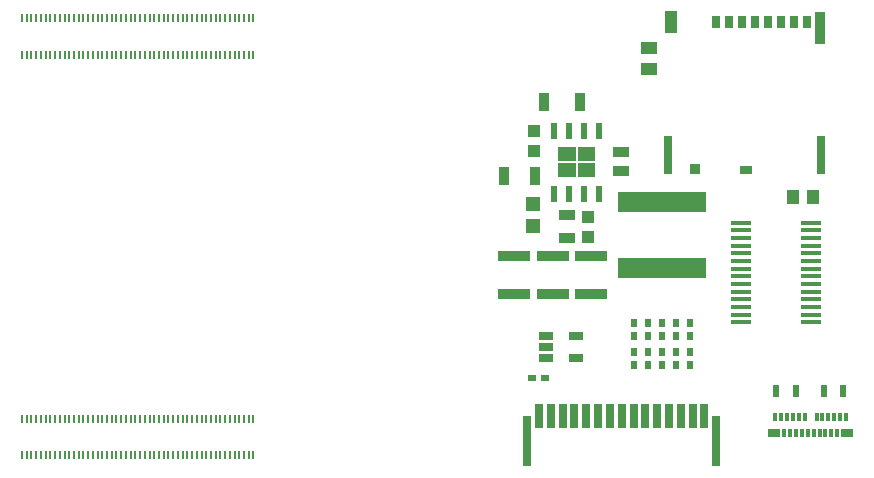
<source format=gbr>
%TF.GenerationSoftware,KiCad,Pcbnew,8.0.2*%
%TF.CreationDate,2024-10-21T09:55:00-04:00*%
%TF.ProjectId,Pi_Board,50695f42-6f61-4726-942e-6b696361645f,rev?*%
%TF.SameCoordinates,Original*%
%TF.FileFunction,Paste,Top*%
%TF.FilePolarity,Positive*%
%FSLAX46Y46*%
G04 Gerber Fmt 4.6, Leading zero omitted, Abs format (unit mm)*
G04 Created by KiCad (PCBNEW 8.0.2) date 2024-10-21 09:55:00*
%MOMM*%
%LPD*%
G01*
G04 APERTURE LIST*
%ADD10C,0.000000*%
%ADD11R,7.493000X1.790700*%
%ADD12R,0.508000X0.660400*%
%ADD13R,1.016000X1.193800*%
%ADD14R,1.778000X0.355600*%
%ADD15R,0.558800X1.447800*%
%ADD16R,0.553200X1.000000*%
%ADD17R,1.397000X0.914400*%
%ADD18R,0.914400X1.549400*%
%ADD19R,1.250000X0.650000*%
%ADD20R,2.720000X0.960000*%
%ADD21R,1.244600X1.219200*%
%ADD22R,1.380000X0.960000*%
%ADD23R,0.855600X1.600000*%
%ADD24R,0.298000X0.700000*%
%ADD25R,0.998000X0.700000*%
%ADD26R,1.000000X1.100000*%
%ADD27R,1.397000X1.066800*%
%ADD28R,0.200000X0.700000*%
%ADD29R,0.660400X0.508000*%
%ADD30R,0.660400X2.108200*%
%ADD31R,0.762000X4.292600*%
%ADD32R,0.700000X1.100000*%
%ADD33R,0.900000X0.930000*%
%ADD34R,1.050000X0.780000*%
%ADD35R,0.700000X3.330000*%
%ADD36R,1.140000X1.830000*%
%ADD37R,0.860000X2.800000*%
G04 APERTURE END LIST*
D10*
%TO.C,U5*%
G36*
X175213300Y-67154700D02*
G01*
X173736900Y-67154700D01*
X173736900Y-65995800D01*
X175213300Y-65995800D01*
X175213300Y-67154700D01*
G37*
G36*
X175213300Y-68513600D02*
G01*
X173736900Y-68513600D01*
X173736900Y-67354700D01*
X175213300Y-67354700D01*
X175213300Y-68513600D01*
G37*
G36*
X176889700Y-67154700D02*
G01*
X175413300Y-67154700D01*
X175413300Y-65995800D01*
X176889700Y-65995800D01*
X176889700Y-67154700D01*
G37*
G36*
X176889700Y-68513600D02*
G01*
X175413300Y-68513600D01*
X175413300Y-67354700D01*
X176889700Y-67354700D01*
X176889700Y-68513600D01*
G37*
%TD*%
D11*
%TO.C,L2*%
X182573300Y-76225350D03*
X182573300Y-70624650D03*
%TD*%
D12*
%TO.C,R15*%
X184898300Y-80891200D03*
X184898300Y-82008800D03*
%TD*%
D13*
%TO.C,C12*%
X195300900Y-70200000D03*
X193599100Y-70200000D03*
%TD*%
D12*
%TO.C,R21*%
X183723301Y-80882399D03*
X183723301Y-81999999D03*
%TD*%
D14*
%TO.C,U2*%
X189226500Y-72375000D03*
X189226500Y-73025001D03*
X189226500Y-73675000D03*
X189226500Y-74325001D03*
X189226500Y-74974999D03*
X189226500Y-75625001D03*
X189226500Y-76274999D03*
X189226500Y-76924998D03*
X189226500Y-77574999D03*
X189226500Y-78224998D03*
X189226500Y-78874999D03*
X189226500Y-79524998D03*
X189226500Y-80174999D03*
X189226500Y-80824998D03*
X195170100Y-80825000D03*
X195170100Y-80174999D03*
X195170100Y-79525000D03*
X195170100Y-78874999D03*
X195170100Y-78225001D03*
X195170100Y-77574999D03*
X195170100Y-76925001D03*
X195170100Y-76274999D03*
X195170100Y-75625001D03*
X195170100Y-74974999D03*
X195170100Y-74325001D03*
X195170100Y-73675000D03*
X195170100Y-73025001D03*
X195170100Y-72375000D03*
%TD*%
D12*
%TO.C,R13*%
X181373300Y-83316199D03*
X181373300Y-84433799D03*
%TD*%
D15*
%TO.C,U5*%
X177218300Y-64575000D03*
X175948300Y-64575000D03*
X174678300Y-64575000D03*
X173408300Y-64575000D03*
X173408300Y-69934400D03*
X174678300Y-69934400D03*
X175948300Y-69934400D03*
X177218300Y-69934400D03*
%TD*%
D16*
%TO.C,R6*%
X197900000Y-86650000D03*
X196246800Y-86650000D03*
%TD*%
D12*
%TO.C,R17*%
X182548301Y-83316199D03*
X182548301Y-84433799D03*
%TD*%
D17*
%TO.C,C5*%
X179070000Y-66425699D03*
X179070000Y-68016099D03*
%TD*%
D12*
%TO.C,R16*%
X181373301Y-80866199D03*
X181373301Y-81983799D03*
%TD*%
%TO.C,R18*%
X183723300Y-83316199D03*
X183723300Y-84433799D03*
%TD*%
D18*
%TO.C,R12*%
X171745000Y-68420900D03*
X169154200Y-68420900D03*
%TD*%
D16*
%TO.C,R2*%
X193853200Y-86600000D03*
X192200000Y-86600000D03*
%TD*%
D12*
%TO.C,R14*%
X180198300Y-83316199D03*
X180198300Y-84433799D03*
%TD*%
D19*
%TO.C,IC1*%
X172750000Y-81960000D03*
X172750000Y-82900000D03*
X172750000Y-83840000D03*
X175250000Y-83840000D03*
X175250000Y-81960000D03*
%TD*%
D20*
%TO.C,C11*%
X176545000Y-78445900D03*
X176545000Y-75195900D03*
%TD*%
D21*
%TO.C,R4*%
X171595000Y-72673401D03*
X171595000Y-70768401D03*
%TD*%
D22*
%TO.C,R3*%
X174520000Y-73698900D03*
X174520000Y-71742900D03*
%TD*%
D23*
%TO.C,C3*%
X175570001Y-62170900D03*
X172514399Y-62170900D03*
%TD*%
D24*
%TO.C,J7*%
X192125000Y-88860000D03*
X192625000Y-88860000D03*
X193125000Y-88860000D03*
X193625000Y-88860000D03*
X194125000Y-88860000D03*
X194625000Y-88860000D03*
X195625000Y-88860000D03*
X196125000Y-88860000D03*
X196625000Y-88860000D03*
X197125000Y-88860000D03*
X197625000Y-88860000D03*
X198125000Y-88860000D03*
D25*
X198225000Y-90160000D03*
D24*
X197375000Y-90160000D03*
X196875000Y-90160000D03*
X196375000Y-90160000D03*
X195875000Y-90160000D03*
X195375000Y-90160000D03*
X194875000Y-90160000D03*
X194375000Y-90160000D03*
X193875000Y-90160000D03*
X193375000Y-90160000D03*
X192875000Y-90160000D03*
D25*
X192025000Y-90160000D03*
%TD*%
D26*
%TO.C,C4*%
X171695000Y-64595899D03*
X171695000Y-66295899D03*
%TD*%
D12*
%TO.C,R22*%
X180198300Y-80866199D03*
X180198300Y-81983799D03*
%TD*%
%TO.C,R19*%
X184898300Y-83341199D03*
X184898300Y-84458799D03*
%TD*%
D27*
%TO.C,C21*%
X181450000Y-59353400D03*
X181450000Y-57550000D03*
%TD*%
D20*
%TO.C,C8*%
X169969999Y-78440899D03*
X169969999Y-75190899D03*
%TD*%
D28*
%TO.C,Module1*%
X147950000Y-55075000D03*
X147950000Y-58155000D03*
X147550000Y-55075000D03*
X147550000Y-58155000D03*
X147150000Y-55075000D03*
X147150000Y-58155000D03*
X146750000Y-55075000D03*
X146750000Y-58155000D03*
X146350000Y-55075000D03*
X146350000Y-58155000D03*
X145950000Y-55075000D03*
X145950000Y-58155000D03*
X145550000Y-55075000D03*
X145550000Y-58155000D03*
X145150000Y-55075000D03*
X145150000Y-58155000D03*
X144750000Y-55075000D03*
X144750000Y-58155000D03*
X144350000Y-55075000D03*
X144350000Y-58155000D03*
X143950000Y-55075000D03*
X143950000Y-58155000D03*
X143550000Y-55075000D03*
X143550000Y-58155000D03*
X143150000Y-55075000D03*
X143150000Y-58155000D03*
X142750000Y-55075000D03*
X142750000Y-58155000D03*
X142350000Y-55075000D03*
X142350000Y-58155000D03*
X141950000Y-55075000D03*
X141950000Y-58155000D03*
X141550000Y-55075000D03*
X141550000Y-58155000D03*
X141150000Y-55075000D03*
X141150000Y-58155000D03*
X140750000Y-55075000D03*
X140750000Y-58155000D03*
X140350000Y-55075000D03*
X140350000Y-58155000D03*
X139950000Y-55075000D03*
X139950000Y-58155000D03*
X139550000Y-55075000D03*
X139550000Y-58155000D03*
X139150000Y-55075000D03*
X139150000Y-58155000D03*
X138750000Y-55075000D03*
X138750000Y-58155000D03*
X138350000Y-55075000D03*
X138350000Y-58155000D03*
X137950000Y-55075000D03*
X137950000Y-58155000D03*
X137550000Y-55075000D03*
X137550000Y-58155000D03*
X137150000Y-55075000D03*
X137150000Y-58155000D03*
X136750000Y-55075000D03*
X136750000Y-58155000D03*
X136350000Y-55075000D03*
X136350000Y-58155000D03*
X135950000Y-55075000D03*
X135950000Y-58155000D03*
X135550000Y-55075000D03*
X135550000Y-58155000D03*
X135150000Y-55075000D03*
X135150000Y-58155000D03*
X134750000Y-55075000D03*
X134750000Y-58155000D03*
X134350000Y-55075000D03*
X134350000Y-58155000D03*
X133950000Y-55075000D03*
X133950000Y-58155000D03*
X133550000Y-55075000D03*
X133550000Y-58155000D03*
X133150000Y-55075000D03*
X133150000Y-58155000D03*
X132750000Y-55075000D03*
X132750000Y-58155000D03*
X132350000Y-55075000D03*
X132350000Y-58155000D03*
X131950000Y-55075000D03*
X131950000Y-58155000D03*
X131550000Y-55075000D03*
X131550000Y-58155000D03*
X131150000Y-55075000D03*
X131150000Y-58155000D03*
X130750000Y-55075000D03*
X130750000Y-58155000D03*
X130350000Y-55075000D03*
X130350000Y-58155000D03*
X129950000Y-55075000D03*
X129950000Y-58155000D03*
X129550000Y-55075000D03*
X129550000Y-58155000D03*
X129150000Y-55075000D03*
X129150000Y-58155000D03*
X128750000Y-55075000D03*
X128750000Y-58155000D03*
X128350000Y-55075000D03*
X128350000Y-58155000D03*
X147950000Y-88995000D03*
X147950000Y-92075000D03*
X147550000Y-88995000D03*
X147550000Y-92075000D03*
X147150000Y-88995000D03*
X147150000Y-92075000D03*
X146750000Y-88995000D03*
X146750000Y-92075000D03*
X146350000Y-88995000D03*
X146350000Y-92075000D03*
X145950000Y-88995000D03*
X145950000Y-92075000D03*
X145550000Y-88995000D03*
X145550000Y-92075000D03*
X145150000Y-88995000D03*
X145150000Y-92075000D03*
X144750000Y-88995000D03*
X144750000Y-92075000D03*
X144350000Y-88995000D03*
X144350000Y-92075000D03*
X143950000Y-88995000D03*
X143950000Y-92075000D03*
X143550000Y-88995000D03*
X143550000Y-92075000D03*
X143150000Y-88995000D03*
X143150000Y-92075000D03*
X142750000Y-88995000D03*
X142750000Y-92075000D03*
X142350000Y-88995000D03*
X142350000Y-92075000D03*
X141950000Y-88995000D03*
X141950000Y-92075000D03*
X141550000Y-88995000D03*
X141550000Y-92075000D03*
X141150000Y-88995000D03*
X141150000Y-92075000D03*
X140750000Y-88995000D03*
X140750000Y-92075000D03*
X140350000Y-88995000D03*
X140350000Y-92075000D03*
X139950000Y-88995000D03*
X139950000Y-92075000D03*
X139550000Y-88995000D03*
X139550000Y-92075000D03*
X139150000Y-88995000D03*
X139150000Y-92075000D03*
X138750000Y-88995000D03*
X138750000Y-92075000D03*
X138350000Y-88995000D03*
X138350000Y-92075000D03*
X137950000Y-88995000D03*
X137950000Y-92075000D03*
X137550000Y-88995000D03*
X137550000Y-92075000D03*
X137150000Y-88995000D03*
X137150000Y-92075000D03*
X136750000Y-88995000D03*
X136750000Y-92075000D03*
X136350000Y-88995000D03*
X136350000Y-92075000D03*
X135950000Y-88995000D03*
X135950000Y-92075000D03*
X135550000Y-88995000D03*
X135550000Y-92075000D03*
X135150000Y-88995000D03*
X135150000Y-92075000D03*
X134750000Y-88995000D03*
X134750000Y-92075000D03*
X134350000Y-88995000D03*
X134350000Y-92075000D03*
X133950000Y-88995000D03*
X133950000Y-92075000D03*
X133550000Y-88995000D03*
X133550000Y-92075000D03*
X133150000Y-88995000D03*
X133150000Y-92075000D03*
X132750000Y-88995000D03*
X132750000Y-92075000D03*
X132350000Y-88995000D03*
X132350000Y-92075000D03*
X131950000Y-88995000D03*
X131950000Y-92075000D03*
X131550000Y-88995000D03*
X131550000Y-92075000D03*
X131150000Y-88995000D03*
X131150000Y-92075000D03*
X130750000Y-88995000D03*
X130750000Y-92075000D03*
X130350000Y-88995000D03*
X130350000Y-92075000D03*
X129950000Y-88995000D03*
X129950000Y-92075000D03*
X129550000Y-88995000D03*
X129550000Y-92075000D03*
X129150000Y-88995000D03*
X129150000Y-92075000D03*
X128750000Y-88995000D03*
X128750000Y-92075000D03*
X128350000Y-88995000D03*
X128350000Y-92075000D03*
%TD*%
D29*
%TO.C,R1*%
X171491200Y-85550000D03*
X172608800Y-85550000D03*
%TD*%
D30*
%TO.C,J1*%
X172125001Y-88784076D03*
X173124999Y-88784076D03*
X174125000Y-88784076D03*
X175125000Y-88784076D03*
X176125001Y-88784076D03*
X177124999Y-88784076D03*
X178124999Y-88784076D03*
X179125000Y-88784076D03*
X180125001Y-88784076D03*
X181125001Y-88784076D03*
X182124999Y-88784076D03*
X183125000Y-88784076D03*
X184125000Y-88784076D03*
X185125001Y-88784076D03*
X186125001Y-88784076D03*
D31*
X171124998Y-90884148D03*
X187125002Y-90884148D03*
%TD*%
D32*
%TO.C,J6*%
X187145000Y-55400000D03*
X188245000Y-55400000D03*
X189345000Y-55400000D03*
X190445000Y-55400000D03*
X191545000Y-55400000D03*
X192645000Y-55400000D03*
X193745000Y-55400000D03*
X194845000Y-55400000D03*
D33*
X185355000Y-67865000D03*
D34*
X189620000Y-67940000D03*
D35*
X183045000Y-66665000D03*
D36*
X183265000Y-55415000D03*
D37*
X195925000Y-55900000D03*
D35*
X196005000Y-66665000D03*
%TD*%
D20*
%TO.C,C9*%
X173270000Y-78440899D03*
X173270000Y-75190899D03*
%TD*%
D12*
%TO.C,R23*%
X182548300Y-80866199D03*
X182548300Y-81983799D03*
%TD*%
D26*
%TO.C,C6*%
X176295001Y-73620900D03*
X176295001Y-71920900D03*
%TD*%
M02*

</source>
